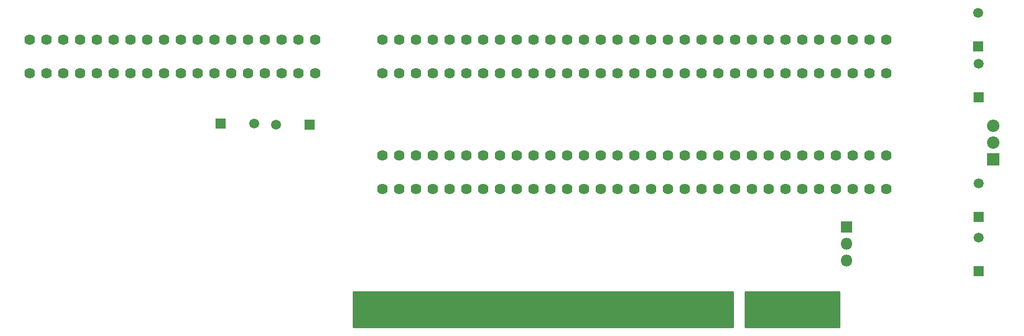
<source format=gts>
G04 #@! TF.GenerationSoftware,KiCad,Pcbnew,(5.1.6)-1*
G04 #@! TF.CreationDate,2021-02-05T21:35:54+00:00*
G04 #@! TF.ProjectId,ibmps1,69626d70-7331-42e6-9b69-6361645f7063,rev?*
G04 #@! TF.SameCoordinates,Original*
G04 #@! TF.FileFunction,Soldermask,Top*
G04 #@! TF.FilePolarity,Negative*
%FSLAX46Y46*%
G04 Gerber Fmt 4.6, Leading zero omitted, Abs format (unit mm)*
G04 Created by KiCad (PCBNEW (5.1.6)-1) date 2021-02-05 21:35:54*
%MOMM*%
%LPD*%
G01*
G04 APERTURE LIST*
%ADD10C,1.497000*%
%ADD11R,1.497000X1.497000*%
%ADD12R,1.878000X1.878000*%
%ADD13C,1.878000*%
%ADD14R,1.800000X1.800000*%
%ADD15O,1.800000X1.800000*%
%ADD16R,0.610000X0.860000*%
%ADD17R,1.120000X4.670000*%
%ADD18C,1.624000*%
%ADD19C,0.254000*%
G04 APERTURE END LIST*
D10*
X178181000Y-57658000D03*
D11*
X178181000Y-62738000D03*
D10*
X178181000Y-83947000D03*
D11*
X178181000Y-89027000D03*
D10*
X178118000Y-49911000D03*
D11*
X178118000Y-54991000D03*
D10*
X178181000Y-75755500D03*
D11*
X178181000Y-80835500D03*
D10*
X71882000Y-66865500D03*
D11*
X76962000Y-66865500D03*
D10*
X68643500Y-66738500D03*
D11*
X63563500Y-66738500D03*
D12*
X180404000Y-72136000D03*
D13*
X180404000Y-67056000D03*
X180404000Y-69596000D03*
D14*
X158178000Y-82359500D03*
D15*
X158178000Y-84899500D03*
X158178000Y-87439500D03*
D16*
X156515000Y-97097200D03*
X155255000Y-97097200D03*
X153985000Y-97097200D03*
X152715000Y-97097200D03*
X151445000Y-97097200D03*
X150175000Y-97097200D03*
X148905000Y-97097200D03*
X147635000Y-97097200D03*
X146365000Y-97097200D03*
X145095000Y-97097200D03*
X143825000Y-97097200D03*
X140015000Y-97097200D03*
X138745000Y-97097200D03*
X137475000Y-97097200D03*
X136205000Y-97097200D03*
X134935000Y-97097200D03*
X133665000Y-97097200D03*
X132395000Y-97097200D03*
X131125000Y-97097200D03*
X129855000Y-97097200D03*
X128585000Y-97097200D03*
X127315000Y-97097200D03*
X126045000Y-97097200D03*
X124775000Y-97097200D03*
X123505000Y-97097200D03*
X122235000Y-97097200D03*
X120965000Y-97097200D03*
X119695000Y-97097200D03*
X118425000Y-97097200D03*
X117155000Y-97097200D03*
X115885000Y-97097200D03*
X114615000Y-97097200D03*
X113345000Y-97097200D03*
X112075000Y-97097200D03*
X110805000Y-97097200D03*
X109535000Y-97097200D03*
X108265000Y-97097200D03*
X106995000Y-97097200D03*
X105725000Y-97097200D03*
X104445000Y-97097200D03*
X103185000Y-97097200D03*
X101905000Y-97097200D03*
X100645000Y-97097200D03*
X99375000Y-97097200D03*
X98105000Y-97097200D03*
X96835000Y-97097200D03*
X95565000Y-97097200D03*
X94295000Y-97097200D03*
X93015000Y-97097200D03*
X91755000Y-97097200D03*
X90485000Y-97097200D03*
X89215000Y-97097200D03*
X87945000Y-97097200D03*
X86675000Y-97097200D03*
X85405000Y-97097200D03*
X84135000Y-97097200D03*
D17*
X156515000Y-94437200D03*
X155255000Y-94437200D03*
X153985000Y-94437200D03*
X152715000Y-94437200D03*
X151445000Y-94437200D03*
X150175000Y-94437200D03*
X148905000Y-94437200D03*
X147635000Y-94437200D03*
X146365000Y-94437200D03*
X145095000Y-94437200D03*
X143825000Y-94437200D03*
X140015000Y-94437200D03*
X138745000Y-94437200D03*
X137475000Y-94437200D03*
X136205000Y-94437200D03*
X134935000Y-94437200D03*
X133665000Y-94437200D03*
X132395000Y-94437200D03*
X131125000Y-94437200D03*
X129855000Y-94437200D03*
X128585000Y-94437200D03*
X127315000Y-94437200D03*
X126045000Y-94437200D03*
X124775000Y-94437200D03*
X123505000Y-94437200D03*
X122235000Y-94437200D03*
X120965000Y-94437200D03*
X119695000Y-94437200D03*
X118425000Y-94437200D03*
X117155000Y-94437200D03*
X115885000Y-94437200D03*
X114615000Y-94437200D03*
X113345000Y-94437200D03*
X112075000Y-94437200D03*
X110805000Y-94437200D03*
X109535000Y-94437200D03*
X108265000Y-94437200D03*
X106995000Y-94437200D03*
X105725000Y-94437200D03*
X104445000Y-94437200D03*
X103185000Y-94437200D03*
X101905000Y-94437200D03*
X100645000Y-94437200D03*
X99375000Y-94437200D03*
X98105000Y-94437200D03*
X96835000Y-94437200D03*
X95565000Y-94437200D03*
X94295000Y-94437200D03*
X93015000Y-94437200D03*
X91755000Y-94437200D03*
X90485000Y-94437200D03*
X89215000Y-94437200D03*
X87945000Y-94437200D03*
X86675000Y-94437200D03*
X85405000Y-94437200D03*
X84135000Y-94437200D03*
D18*
X34671000Y-53975000D03*
X37211000Y-53975000D03*
X39751000Y-53975000D03*
X42291000Y-53975000D03*
X44831000Y-53975000D03*
X47371000Y-53975000D03*
X49911000Y-53975000D03*
X52451000Y-53975000D03*
X54991000Y-53975000D03*
X57531000Y-53975000D03*
X60071000Y-53975000D03*
X62611000Y-53975000D03*
X65151000Y-53975000D03*
X67691000Y-53975000D03*
X70231000Y-53975000D03*
X72771000Y-53975000D03*
X75311000Y-53975000D03*
X77851000Y-53975000D03*
X34671000Y-59055000D03*
X37211000Y-59055000D03*
X39751000Y-59055000D03*
X42291000Y-59055000D03*
X44831000Y-59055000D03*
X47371000Y-59055000D03*
X49911000Y-59055000D03*
X52451000Y-59055000D03*
X54991000Y-59055000D03*
X57531000Y-59055000D03*
X60071000Y-59055000D03*
X62611000Y-59055000D03*
X65151000Y-59055000D03*
X67691000Y-59055000D03*
X70231000Y-59055000D03*
X72771000Y-59055000D03*
X75311000Y-59055000D03*
X77851000Y-59055000D03*
X88011000Y-53975000D03*
X90551000Y-53975000D03*
X93091000Y-53975000D03*
X95631000Y-53975000D03*
X98171000Y-53975000D03*
X100711000Y-53975000D03*
X103251000Y-53975000D03*
X105791000Y-53975000D03*
X108331000Y-53975000D03*
X110871000Y-53975000D03*
X113411000Y-53975000D03*
X115951000Y-53975000D03*
X118491000Y-53975000D03*
X121031000Y-53975000D03*
X123571000Y-53975000D03*
X126111000Y-53975000D03*
X128651000Y-53975000D03*
X131191000Y-53975000D03*
X133731000Y-53975000D03*
X136271000Y-53975000D03*
X138811000Y-53975000D03*
X141351000Y-53975000D03*
X143891000Y-53975000D03*
X146431000Y-53975000D03*
X148971000Y-53975000D03*
X151511000Y-53975000D03*
X154051000Y-53975000D03*
X156591000Y-53975000D03*
X159131000Y-53975000D03*
X161671000Y-53975000D03*
X164211000Y-53975000D03*
X88011000Y-59055000D03*
X90551000Y-59055000D03*
X93091000Y-59055000D03*
X95631000Y-59055000D03*
X98171000Y-59055000D03*
X100711000Y-59055000D03*
X103251000Y-59055000D03*
X105791000Y-59055000D03*
X108331000Y-59055000D03*
X110871000Y-59055000D03*
X113411000Y-59055000D03*
X115951000Y-59055000D03*
X118491000Y-59055000D03*
X121031000Y-59055000D03*
X123571000Y-59055000D03*
X126111000Y-59055000D03*
X128651000Y-59055000D03*
X131191000Y-59055000D03*
X133731000Y-59055000D03*
X136271000Y-59055000D03*
X138811000Y-59055000D03*
X141351000Y-59055000D03*
X143891000Y-59055000D03*
X146431000Y-59055000D03*
X148971000Y-59055000D03*
X151511000Y-59055000D03*
X154051000Y-59055000D03*
X156591000Y-59055000D03*
X159131000Y-59055000D03*
X161671000Y-59055000D03*
X164211000Y-59055000D03*
X88011000Y-71501000D03*
X90551000Y-71501000D03*
X93091000Y-71501000D03*
X95631000Y-71501000D03*
X98171000Y-71501000D03*
X100711000Y-71501000D03*
X103251000Y-71501000D03*
X105791000Y-71501000D03*
X108331000Y-71501000D03*
X110871000Y-71501000D03*
X113411000Y-71501000D03*
X115951000Y-71501000D03*
X118491000Y-71501000D03*
X121031000Y-71501000D03*
X123571000Y-71501000D03*
X126111000Y-71501000D03*
X128651000Y-71501000D03*
X131191000Y-71501000D03*
X133731000Y-71501000D03*
X136271000Y-71501000D03*
X138811000Y-71501000D03*
X141351000Y-71501000D03*
X143891000Y-71501000D03*
X146431000Y-71501000D03*
X148971000Y-71501000D03*
X151511000Y-71501000D03*
X154051000Y-71501000D03*
X156591000Y-71501000D03*
X159131000Y-71501000D03*
X161671000Y-71501000D03*
X164211000Y-71501000D03*
X88011000Y-76581000D03*
X90551000Y-76581000D03*
X93091000Y-76581000D03*
X95631000Y-76581000D03*
X98171000Y-76581000D03*
X100711000Y-76581000D03*
X103251000Y-76581000D03*
X105791000Y-76581000D03*
X108331000Y-76581000D03*
X110871000Y-76581000D03*
X113411000Y-76581000D03*
X115951000Y-76581000D03*
X118491000Y-76581000D03*
X121031000Y-76581000D03*
X123571000Y-76581000D03*
X126111000Y-76581000D03*
X128651000Y-76581000D03*
X131191000Y-76581000D03*
X133731000Y-76581000D03*
X136271000Y-76581000D03*
X138811000Y-76581000D03*
X141351000Y-76581000D03*
X143891000Y-76581000D03*
X146431000Y-76581000D03*
X148971000Y-76581000D03*
X151511000Y-76581000D03*
X154051000Y-76581000D03*
X156591000Y-76581000D03*
X159131000Y-76581000D03*
X161671000Y-76581000D03*
X164211000Y-76581000D03*
D19*
G36*
X140970000Y-97536000D02*
G01*
X83566000Y-97536000D01*
X83566000Y-92202000D01*
X140970000Y-92202000D01*
X140970000Y-97536000D01*
G37*
X140970000Y-97536000D02*
X83566000Y-97536000D01*
X83566000Y-92202000D01*
X140970000Y-92202000D01*
X140970000Y-97536000D01*
G36*
X157099000Y-97536000D02*
G01*
X142875000Y-97536000D01*
X142875000Y-92202000D01*
X157099000Y-92202000D01*
X157099000Y-97536000D01*
G37*
X157099000Y-97536000D02*
X142875000Y-97536000D01*
X142875000Y-92202000D01*
X157099000Y-92202000D01*
X157099000Y-97536000D01*
M02*

</source>
